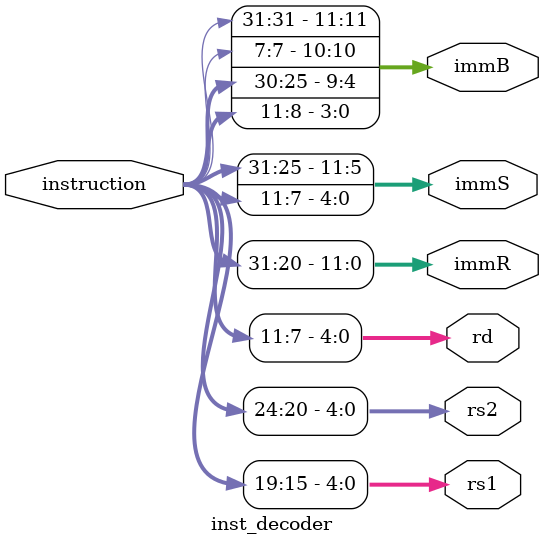
<source format=v>
module inst_decoder (instruction, rs1, rs2, rd, immR, immS, immB);
input[31:0] instruction;

output wire[4:0] rs1, rs2, rd;
output wire[11:0] immR, immS, immB;

assign rd = instruction[11:7];
assign rs1 = instruction[19:15];
assign rs2 = instruction[24:20];
assign immR = instruction[31:20];
assign immS = {instruction[31:25], instruction[11:7]};
assign immB = {instruction[31], instruction[7], instruction[30:25], instruction[11:8]};

endmodule

</source>
